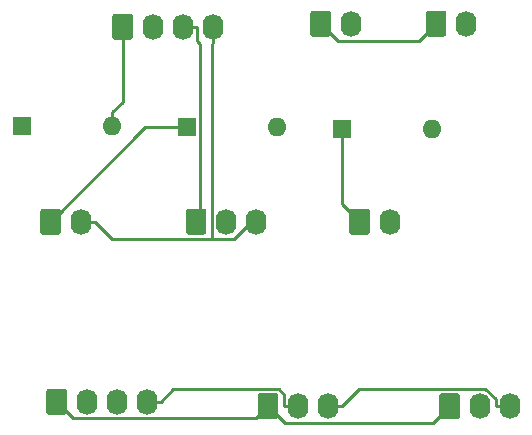
<source format=gbr>
G04 #@! TF.GenerationSoftware,KiCad,Pcbnew,(5.1.5-0-10_14)*
G04 #@! TF.CreationDate,2021-03-15T05:55:20+10:00*
G04 #@! TF.ProjectId,OH - Left Console - 4 - Exterior Lights Panel,4f48202d-204c-4656-9674-20436f6e736f,rev?*
G04 #@! TF.SameCoordinates,Original*
G04 #@! TF.FileFunction,Copper,L2,Bot*
G04 #@! TF.FilePolarity,Positive*
%FSLAX46Y46*%
G04 Gerber Fmt 4.6, Leading zero omitted, Abs format (unit mm)*
G04 Created by KiCad (PCBNEW (5.1.5-0-10_14)) date 2021-03-15 05:55:20*
%MOMM*%
%LPD*%
G04 APERTURE LIST*
%ADD10O,1.740000X2.200000*%
%ADD11C,0.100000*%
%ADD12O,1.600000X1.600000*%
%ADD13R,1.600000X1.600000*%
%ADD14C,0.250000*%
G04 APERTURE END LIST*
D10*
X116205000Y-105664000D03*
X113665000Y-105664000D03*
X111125000Y-105664000D03*
G04 #@! TA.AperFunction,ComponentPad*
D11*
G36*
X109229505Y-104565204D02*
G01*
X109253773Y-104568804D01*
X109277572Y-104574765D01*
X109300671Y-104583030D01*
X109322850Y-104593520D01*
X109343893Y-104606132D01*
X109363599Y-104620747D01*
X109381777Y-104637223D01*
X109398253Y-104655401D01*
X109412868Y-104675107D01*
X109425480Y-104696150D01*
X109435970Y-104718329D01*
X109444235Y-104741428D01*
X109450196Y-104765227D01*
X109453796Y-104789495D01*
X109455000Y-104813999D01*
X109455000Y-106514001D01*
X109453796Y-106538505D01*
X109450196Y-106562773D01*
X109444235Y-106586572D01*
X109435970Y-106609671D01*
X109425480Y-106631850D01*
X109412868Y-106652893D01*
X109398253Y-106672599D01*
X109381777Y-106690777D01*
X109363599Y-106707253D01*
X109343893Y-106721868D01*
X109322850Y-106734480D01*
X109300671Y-106744970D01*
X109277572Y-106753235D01*
X109253773Y-106759196D01*
X109229505Y-106762796D01*
X109205001Y-106764000D01*
X107964999Y-106764000D01*
X107940495Y-106762796D01*
X107916227Y-106759196D01*
X107892428Y-106753235D01*
X107869329Y-106744970D01*
X107847150Y-106734480D01*
X107826107Y-106721868D01*
X107806401Y-106707253D01*
X107788223Y-106690777D01*
X107771747Y-106672599D01*
X107757132Y-106652893D01*
X107744520Y-106631850D01*
X107734030Y-106609671D01*
X107725765Y-106586572D01*
X107719804Y-106562773D01*
X107716204Y-106538505D01*
X107715000Y-106514001D01*
X107715000Y-104813999D01*
X107716204Y-104789495D01*
X107719804Y-104765227D01*
X107725765Y-104741428D01*
X107734030Y-104718329D01*
X107744520Y-104696150D01*
X107757132Y-104675107D01*
X107771747Y-104655401D01*
X107788223Y-104637223D01*
X107806401Y-104620747D01*
X107826107Y-104606132D01*
X107847150Y-104593520D01*
X107869329Y-104583030D01*
X107892428Y-104574765D01*
X107916227Y-104568804D01*
X107940495Y-104565204D01*
X107964999Y-104564000D01*
X109205001Y-104564000D01*
X109229505Y-104565204D01*
G37*
G04 #@! TD.AperFunction*
D10*
X131191000Y-122174000D03*
G04 #@! TA.AperFunction,ComponentPad*
D11*
G36*
X129295505Y-121075204D02*
G01*
X129319773Y-121078804D01*
X129343572Y-121084765D01*
X129366671Y-121093030D01*
X129388850Y-121103520D01*
X129409893Y-121116132D01*
X129429599Y-121130747D01*
X129447777Y-121147223D01*
X129464253Y-121165401D01*
X129478868Y-121185107D01*
X129491480Y-121206150D01*
X129501970Y-121228329D01*
X129510235Y-121251428D01*
X129516196Y-121275227D01*
X129519796Y-121299495D01*
X129521000Y-121323999D01*
X129521000Y-123024001D01*
X129519796Y-123048505D01*
X129516196Y-123072773D01*
X129510235Y-123096572D01*
X129501970Y-123119671D01*
X129491480Y-123141850D01*
X129478868Y-123162893D01*
X129464253Y-123182599D01*
X129447777Y-123200777D01*
X129429599Y-123217253D01*
X129409893Y-123231868D01*
X129388850Y-123244480D01*
X129366671Y-123254970D01*
X129343572Y-123263235D01*
X129319773Y-123269196D01*
X129295505Y-123272796D01*
X129271001Y-123274000D01*
X128030999Y-123274000D01*
X128006495Y-123272796D01*
X127982227Y-123269196D01*
X127958428Y-123263235D01*
X127935329Y-123254970D01*
X127913150Y-123244480D01*
X127892107Y-123231868D01*
X127872401Y-123217253D01*
X127854223Y-123200777D01*
X127837747Y-123182599D01*
X127823132Y-123162893D01*
X127810520Y-123141850D01*
X127800030Y-123119671D01*
X127791765Y-123096572D01*
X127785804Y-123072773D01*
X127782204Y-123048505D01*
X127781000Y-123024001D01*
X127781000Y-121323999D01*
X127782204Y-121299495D01*
X127785804Y-121275227D01*
X127791765Y-121251428D01*
X127800030Y-121228329D01*
X127810520Y-121206150D01*
X127823132Y-121185107D01*
X127837747Y-121165401D01*
X127854223Y-121147223D01*
X127872401Y-121130747D01*
X127892107Y-121116132D01*
X127913150Y-121103520D01*
X127935329Y-121093030D01*
X127958428Y-121084765D01*
X127982227Y-121078804D01*
X128006495Y-121075204D01*
X128030999Y-121074000D01*
X129271001Y-121074000D01*
X129295505Y-121075204D01*
G37*
G04 #@! TD.AperFunction*
D10*
X105029000Y-122174000D03*
G04 #@! TA.AperFunction,ComponentPad*
D11*
G36*
X103133505Y-121075204D02*
G01*
X103157773Y-121078804D01*
X103181572Y-121084765D01*
X103204671Y-121093030D01*
X103226850Y-121103520D01*
X103247893Y-121116132D01*
X103267599Y-121130747D01*
X103285777Y-121147223D01*
X103302253Y-121165401D01*
X103316868Y-121185107D01*
X103329480Y-121206150D01*
X103339970Y-121228329D01*
X103348235Y-121251428D01*
X103354196Y-121275227D01*
X103357796Y-121299495D01*
X103359000Y-121323999D01*
X103359000Y-123024001D01*
X103357796Y-123048505D01*
X103354196Y-123072773D01*
X103348235Y-123096572D01*
X103339970Y-123119671D01*
X103329480Y-123141850D01*
X103316868Y-123162893D01*
X103302253Y-123182599D01*
X103285777Y-123200777D01*
X103267599Y-123217253D01*
X103247893Y-123231868D01*
X103226850Y-123244480D01*
X103204671Y-123254970D01*
X103181572Y-123263235D01*
X103157773Y-123269196D01*
X103133505Y-123272796D01*
X103109001Y-123274000D01*
X101868999Y-123274000D01*
X101844495Y-123272796D01*
X101820227Y-123269196D01*
X101796428Y-123263235D01*
X101773329Y-123254970D01*
X101751150Y-123244480D01*
X101730107Y-123231868D01*
X101710401Y-123217253D01*
X101692223Y-123200777D01*
X101675747Y-123182599D01*
X101661132Y-123162893D01*
X101648520Y-123141850D01*
X101638030Y-123119671D01*
X101629765Y-123096572D01*
X101623804Y-123072773D01*
X101620204Y-123048505D01*
X101619000Y-123024001D01*
X101619000Y-121323999D01*
X101620204Y-121299495D01*
X101623804Y-121275227D01*
X101629765Y-121251428D01*
X101638030Y-121228329D01*
X101648520Y-121206150D01*
X101661132Y-121185107D01*
X101675747Y-121165401D01*
X101692223Y-121147223D01*
X101710401Y-121130747D01*
X101730107Y-121116132D01*
X101751150Y-121103520D01*
X101773329Y-121093030D01*
X101796428Y-121084765D01*
X101820227Y-121078804D01*
X101844495Y-121075204D01*
X101868999Y-121074000D01*
X103109001Y-121074000D01*
X103133505Y-121075204D01*
G37*
G04 #@! TD.AperFunction*
D10*
X110617000Y-137414000D03*
X108077000Y-137414000D03*
X105537000Y-137414000D03*
G04 #@! TA.AperFunction,ComponentPad*
D11*
G36*
X103641505Y-136315204D02*
G01*
X103665773Y-136318804D01*
X103689572Y-136324765D01*
X103712671Y-136333030D01*
X103734850Y-136343520D01*
X103755893Y-136356132D01*
X103775599Y-136370747D01*
X103793777Y-136387223D01*
X103810253Y-136405401D01*
X103824868Y-136425107D01*
X103837480Y-136446150D01*
X103847970Y-136468329D01*
X103856235Y-136491428D01*
X103862196Y-136515227D01*
X103865796Y-136539495D01*
X103867000Y-136563999D01*
X103867000Y-138264001D01*
X103865796Y-138288505D01*
X103862196Y-138312773D01*
X103856235Y-138336572D01*
X103847970Y-138359671D01*
X103837480Y-138381850D01*
X103824868Y-138402893D01*
X103810253Y-138422599D01*
X103793777Y-138440777D01*
X103775599Y-138457253D01*
X103755893Y-138471868D01*
X103734850Y-138484480D01*
X103712671Y-138494970D01*
X103689572Y-138503235D01*
X103665773Y-138509196D01*
X103641505Y-138512796D01*
X103617001Y-138514000D01*
X102376999Y-138514000D01*
X102352495Y-138512796D01*
X102328227Y-138509196D01*
X102304428Y-138503235D01*
X102281329Y-138494970D01*
X102259150Y-138484480D01*
X102238107Y-138471868D01*
X102218401Y-138457253D01*
X102200223Y-138440777D01*
X102183747Y-138422599D01*
X102169132Y-138402893D01*
X102156520Y-138381850D01*
X102146030Y-138359671D01*
X102137765Y-138336572D01*
X102131804Y-138312773D01*
X102128204Y-138288505D01*
X102127000Y-138264001D01*
X102127000Y-136563999D01*
X102128204Y-136539495D01*
X102131804Y-136515227D01*
X102137765Y-136491428D01*
X102146030Y-136468329D01*
X102156520Y-136446150D01*
X102169132Y-136425107D01*
X102183747Y-136405401D01*
X102200223Y-136387223D01*
X102218401Y-136370747D01*
X102238107Y-136356132D01*
X102259150Y-136343520D01*
X102281329Y-136333030D01*
X102304428Y-136324765D01*
X102328227Y-136318804D01*
X102352495Y-136315204D01*
X102376999Y-136314000D01*
X103617001Y-136314000D01*
X103641505Y-136315204D01*
G37*
G04 #@! TD.AperFunction*
D10*
X137668000Y-105410000D03*
G04 #@! TA.AperFunction,ComponentPad*
D11*
G36*
X135772505Y-104311204D02*
G01*
X135796773Y-104314804D01*
X135820572Y-104320765D01*
X135843671Y-104329030D01*
X135865850Y-104339520D01*
X135886893Y-104352132D01*
X135906599Y-104366747D01*
X135924777Y-104383223D01*
X135941253Y-104401401D01*
X135955868Y-104421107D01*
X135968480Y-104442150D01*
X135978970Y-104464329D01*
X135987235Y-104487428D01*
X135993196Y-104511227D01*
X135996796Y-104535495D01*
X135998000Y-104559999D01*
X135998000Y-106260001D01*
X135996796Y-106284505D01*
X135993196Y-106308773D01*
X135987235Y-106332572D01*
X135978970Y-106355671D01*
X135968480Y-106377850D01*
X135955868Y-106398893D01*
X135941253Y-106418599D01*
X135924777Y-106436777D01*
X135906599Y-106453253D01*
X135886893Y-106467868D01*
X135865850Y-106480480D01*
X135843671Y-106490970D01*
X135820572Y-106499235D01*
X135796773Y-106505196D01*
X135772505Y-106508796D01*
X135748001Y-106510000D01*
X134507999Y-106510000D01*
X134483495Y-106508796D01*
X134459227Y-106505196D01*
X134435428Y-106499235D01*
X134412329Y-106490970D01*
X134390150Y-106480480D01*
X134369107Y-106467868D01*
X134349401Y-106453253D01*
X134331223Y-106436777D01*
X134314747Y-106418599D01*
X134300132Y-106398893D01*
X134287520Y-106377850D01*
X134277030Y-106355671D01*
X134268765Y-106332572D01*
X134262804Y-106308773D01*
X134259204Y-106284505D01*
X134258000Y-106260001D01*
X134258000Y-104559999D01*
X134259204Y-104535495D01*
X134262804Y-104511227D01*
X134268765Y-104487428D01*
X134277030Y-104464329D01*
X134287520Y-104442150D01*
X134300132Y-104421107D01*
X134314747Y-104401401D01*
X134331223Y-104383223D01*
X134349401Y-104366747D01*
X134369107Y-104352132D01*
X134390150Y-104339520D01*
X134412329Y-104329030D01*
X134435428Y-104320765D01*
X134459227Y-104314804D01*
X134483495Y-104311204D01*
X134507999Y-104310000D01*
X135748001Y-104310000D01*
X135772505Y-104311204D01*
G37*
G04 #@! TD.AperFunction*
D10*
X127889000Y-105410000D03*
G04 #@! TA.AperFunction,ComponentPad*
D11*
G36*
X125993505Y-104311204D02*
G01*
X126017773Y-104314804D01*
X126041572Y-104320765D01*
X126064671Y-104329030D01*
X126086850Y-104339520D01*
X126107893Y-104352132D01*
X126127599Y-104366747D01*
X126145777Y-104383223D01*
X126162253Y-104401401D01*
X126176868Y-104421107D01*
X126189480Y-104442150D01*
X126199970Y-104464329D01*
X126208235Y-104487428D01*
X126214196Y-104511227D01*
X126217796Y-104535495D01*
X126219000Y-104559999D01*
X126219000Y-106260001D01*
X126217796Y-106284505D01*
X126214196Y-106308773D01*
X126208235Y-106332572D01*
X126199970Y-106355671D01*
X126189480Y-106377850D01*
X126176868Y-106398893D01*
X126162253Y-106418599D01*
X126145777Y-106436777D01*
X126127599Y-106453253D01*
X126107893Y-106467868D01*
X126086850Y-106480480D01*
X126064671Y-106490970D01*
X126041572Y-106499235D01*
X126017773Y-106505196D01*
X125993505Y-106508796D01*
X125969001Y-106510000D01*
X124728999Y-106510000D01*
X124704495Y-106508796D01*
X124680227Y-106505196D01*
X124656428Y-106499235D01*
X124633329Y-106490970D01*
X124611150Y-106480480D01*
X124590107Y-106467868D01*
X124570401Y-106453253D01*
X124552223Y-106436777D01*
X124535747Y-106418599D01*
X124521132Y-106398893D01*
X124508520Y-106377850D01*
X124498030Y-106355671D01*
X124489765Y-106332572D01*
X124483804Y-106308773D01*
X124480204Y-106284505D01*
X124479000Y-106260001D01*
X124479000Y-104559999D01*
X124480204Y-104535495D01*
X124483804Y-104511227D01*
X124489765Y-104487428D01*
X124498030Y-104464329D01*
X124508520Y-104442150D01*
X124521132Y-104421107D01*
X124535747Y-104401401D01*
X124552223Y-104383223D01*
X124570401Y-104366747D01*
X124590107Y-104352132D01*
X124611150Y-104339520D01*
X124633329Y-104329030D01*
X124656428Y-104320765D01*
X124680227Y-104314804D01*
X124704495Y-104311204D01*
X124728999Y-104310000D01*
X125969001Y-104310000D01*
X125993505Y-104311204D01*
G37*
G04 #@! TD.AperFunction*
D12*
X121666000Y-114173000D03*
D13*
X114046000Y-114173000D03*
D12*
X107696000Y-114046000D03*
D13*
X100076000Y-114046000D03*
D12*
X134747000Y-114300000D03*
D13*
X127127000Y-114300000D03*
D10*
X119888000Y-122174000D03*
X117348000Y-122174000D03*
G04 #@! TA.AperFunction,ComponentPad*
D11*
G36*
X115452505Y-121075204D02*
G01*
X115476773Y-121078804D01*
X115500572Y-121084765D01*
X115523671Y-121093030D01*
X115545850Y-121103520D01*
X115566893Y-121116132D01*
X115586599Y-121130747D01*
X115604777Y-121147223D01*
X115621253Y-121165401D01*
X115635868Y-121185107D01*
X115648480Y-121206150D01*
X115658970Y-121228329D01*
X115667235Y-121251428D01*
X115673196Y-121275227D01*
X115676796Y-121299495D01*
X115678000Y-121323999D01*
X115678000Y-123024001D01*
X115676796Y-123048505D01*
X115673196Y-123072773D01*
X115667235Y-123096572D01*
X115658970Y-123119671D01*
X115648480Y-123141850D01*
X115635868Y-123162893D01*
X115621253Y-123182599D01*
X115604777Y-123200777D01*
X115586599Y-123217253D01*
X115566893Y-123231868D01*
X115545850Y-123244480D01*
X115523671Y-123254970D01*
X115500572Y-123263235D01*
X115476773Y-123269196D01*
X115452505Y-123272796D01*
X115428001Y-123274000D01*
X114187999Y-123274000D01*
X114163495Y-123272796D01*
X114139227Y-123269196D01*
X114115428Y-123263235D01*
X114092329Y-123254970D01*
X114070150Y-123244480D01*
X114049107Y-123231868D01*
X114029401Y-123217253D01*
X114011223Y-123200777D01*
X113994747Y-123182599D01*
X113980132Y-123162893D01*
X113967520Y-123141850D01*
X113957030Y-123119671D01*
X113948765Y-123096572D01*
X113942804Y-123072773D01*
X113939204Y-123048505D01*
X113938000Y-123024001D01*
X113938000Y-121323999D01*
X113939204Y-121299495D01*
X113942804Y-121275227D01*
X113948765Y-121251428D01*
X113957030Y-121228329D01*
X113967520Y-121206150D01*
X113980132Y-121185107D01*
X113994747Y-121165401D01*
X114011223Y-121147223D01*
X114029401Y-121130747D01*
X114049107Y-121116132D01*
X114070150Y-121103520D01*
X114092329Y-121093030D01*
X114115428Y-121084765D01*
X114139227Y-121078804D01*
X114163495Y-121075204D01*
X114187999Y-121074000D01*
X115428001Y-121074000D01*
X115452505Y-121075204D01*
G37*
G04 #@! TD.AperFunction*
D10*
X125984000Y-137795000D03*
X123444000Y-137795000D03*
G04 #@! TA.AperFunction,ComponentPad*
D11*
G36*
X121548505Y-136696204D02*
G01*
X121572773Y-136699804D01*
X121596572Y-136705765D01*
X121619671Y-136714030D01*
X121641850Y-136724520D01*
X121662893Y-136737132D01*
X121682599Y-136751747D01*
X121700777Y-136768223D01*
X121717253Y-136786401D01*
X121731868Y-136806107D01*
X121744480Y-136827150D01*
X121754970Y-136849329D01*
X121763235Y-136872428D01*
X121769196Y-136896227D01*
X121772796Y-136920495D01*
X121774000Y-136944999D01*
X121774000Y-138645001D01*
X121772796Y-138669505D01*
X121769196Y-138693773D01*
X121763235Y-138717572D01*
X121754970Y-138740671D01*
X121744480Y-138762850D01*
X121731868Y-138783893D01*
X121717253Y-138803599D01*
X121700777Y-138821777D01*
X121682599Y-138838253D01*
X121662893Y-138852868D01*
X121641850Y-138865480D01*
X121619671Y-138875970D01*
X121596572Y-138884235D01*
X121572773Y-138890196D01*
X121548505Y-138893796D01*
X121524001Y-138895000D01*
X120283999Y-138895000D01*
X120259495Y-138893796D01*
X120235227Y-138890196D01*
X120211428Y-138884235D01*
X120188329Y-138875970D01*
X120166150Y-138865480D01*
X120145107Y-138852868D01*
X120125401Y-138838253D01*
X120107223Y-138821777D01*
X120090747Y-138803599D01*
X120076132Y-138783893D01*
X120063520Y-138762850D01*
X120053030Y-138740671D01*
X120044765Y-138717572D01*
X120038804Y-138693773D01*
X120035204Y-138669505D01*
X120034000Y-138645001D01*
X120034000Y-136944999D01*
X120035204Y-136920495D01*
X120038804Y-136896227D01*
X120044765Y-136872428D01*
X120053030Y-136849329D01*
X120063520Y-136827150D01*
X120076132Y-136806107D01*
X120090747Y-136786401D01*
X120107223Y-136768223D01*
X120125401Y-136751747D01*
X120145107Y-136737132D01*
X120166150Y-136724520D01*
X120188329Y-136714030D01*
X120211428Y-136705765D01*
X120235227Y-136699804D01*
X120259495Y-136696204D01*
X120283999Y-136695000D01*
X121524001Y-136695000D01*
X121548505Y-136696204D01*
G37*
G04 #@! TD.AperFunction*
D10*
X141351000Y-137795000D03*
X138811000Y-137795000D03*
G04 #@! TA.AperFunction,ComponentPad*
D11*
G36*
X136915505Y-136696204D02*
G01*
X136939773Y-136699804D01*
X136963572Y-136705765D01*
X136986671Y-136714030D01*
X137008850Y-136724520D01*
X137029893Y-136737132D01*
X137049599Y-136751747D01*
X137067777Y-136768223D01*
X137084253Y-136786401D01*
X137098868Y-136806107D01*
X137111480Y-136827150D01*
X137121970Y-136849329D01*
X137130235Y-136872428D01*
X137136196Y-136896227D01*
X137139796Y-136920495D01*
X137141000Y-136944999D01*
X137141000Y-138645001D01*
X137139796Y-138669505D01*
X137136196Y-138693773D01*
X137130235Y-138717572D01*
X137121970Y-138740671D01*
X137111480Y-138762850D01*
X137098868Y-138783893D01*
X137084253Y-138803599D01*
X137067777Y-138821777D01*
X137049599Y-138838253D01*
X137029893Y-138852868D01*
X137008850Y-138865480D01*
X136986671Y-138875970D01*
X136963572Y-138884235D01*
X136939773Y-138890196D01*
X136915505Y-138893796D01*
X136891001Y-138895000D01*
X135650999Y-138895000D01*
X135626495Y-138893796D01*
X135602227Y-138890196D01*
X135578428Y-138884235D01*
X135555329Y-138875970D01*
X135533150Y-138865480D01*
X135512107Y-138852868D01*
X135492401Y-138838253D01*
X135474223Y-138821777D01*
X135457747Y-138803599D01*
X135443132Y-138783893D01*
X135430520Y-138762850D01*
X135420030Y-138740671D01*
X135411765Y-138717572D01*
X135405804Y-138693773D01*
X135402204Y-138669505D01*
X135401000Y-138645001D01*
X135401000Y-136944999D01*
X135402204Y-136920495D01*
X135405804Y-136896227D01*
X135411765Y-136872428D01*
X135420030Y-136849329D01*
X135430520Y-136827150D01*
X135443132Y-136806107D01*
X135457747Y-136786401D01*
X135474223Y-136768223D01*
X135492401Y-136751747D01*
X135512107Y-136737132D01*
X135533150Y-136724520D01*
X135555329Y-136714030D01*
X135578428Y-136705765D01*
X135602227Y-136699804D01*
X135626495Y-136696204D01*
X135650999Y-136695000D01*
X136891001Y-136695000D01*
X136915505Y-136696204D01*
G37*
G04 #@! TD.AperFunction*
D14*
X125984000Y-137795000D02*
X127179300Y-137795000D01*
X141351000Y-137795000D02*
X140155700Y-137795000D01*
X140155700Y-137795000D02*
X140155700Y-137197400D01*
X140155700Y-137197400D02*
X139304300Y-136346000D01*
X139304300Y-136346000D02*
X128628300Y-136346000D01*
X128628300Y-136346000D02*
X127179300Y-137795000D01*
X136271000Y-137795000D02*
X134824800Y-139241200D01*
X134824800Y-139241200D02*
X122350200Y-139241200D01*
X122350200Y-139241200D02*
X120904000Y-137795000D01*
X120904000Y-137795000D02*
X119859100Y-138839900D01*
X119859100Y-138839900D02*
X104422900Y-138839900D01*
X104422900Y-138839900D02*
X102997000Y-137414000D01*
X127127000Y-114300000D02*
X127127000Y-120650000D01*
X127127000Y-120650000D02*
X128651000Y-122174000D01*
X114046000Y-114173000D02*
X110490000Y-114173000D01*
X110490000Y-114173000D02*
X102489000Y-122174000D01*
X125349000Y-105410000D02*
X126784900Y-106845900D01*
X126784900Y-106845900D02*
X133692100Y-106845900D01*
X133692100Y-106845900D02*
X135128000Y-105410000D01*
X107696000Y-114046000D02*
X107696000Y-112920700D01*
X107696000Y-112920700D02*
X108585000Y-112031700D01*
X108585000Y-112031700D02*
X108585000Y-105664000D01*
X116141700Y-123620300D02*
X107670600Y-123620300D01*
X107670600Y-123620300D02*
X106224300Y-122174000D01*
X119419000Y-122174000D02*
X117972700Y-123620300D01*
X117972700Y-123620300D02*
X116141700Y-123620300D01*
X116141700Y-123620300D02*
X116141700Y-107152600D01*
X116141700Y-107152600D02*
X116205000Y-107089300D01*
X116205000Y-105664000D02*
X116205000Y-107089300D01*
X105029000Y-122174000D02*
X106224300Y-122174000D01*
X119888000Y-122174000D02*
X119419000Y-122174000D01*
X113665000Y-105664000D02*
X114860300Y-105664000D01*
X114808000Y-122174000D02*
X115171400Y-121810600D01*
X115171400Y-121810600D02*
X115171400Y-107170400D01*
X115171400Y-107170400D02*
X114860300Y-106859300D01*
X114860300Y-106859300D02*
X114860300Y-105664000D01*
X110617000Y-137414000D02*
X111812300Y-137414000D01*
X123444000Y-137795000D02*
X122248700Y-137795000D01*
X122248700Y-137795000D02*
X122248700Y-136823800D01*
X122248700Y-136823800D02*
X121788100Y-136363200D01*
X121788100Y-136363200D02*
X112863100Y-136363200D01*
X112863100Y-136363200D02*
X111812300Y-137414000D01*
M02*

</source>
